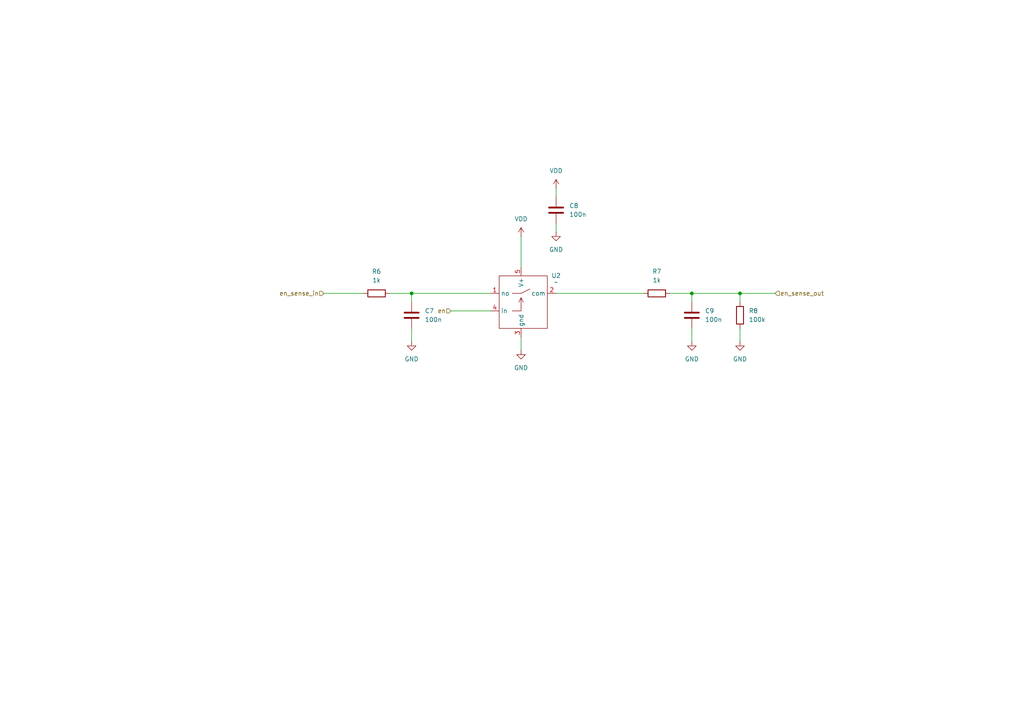
<source format=kicad_sch>
(kicad_sch
	(version 20250114)
	(generator "eeschema")
	(generator_version "9.0")
	(uuid "99d3e208-ef67-4cdf-b137-3b8a6d12eb63")
	(paper "A4")
	(lib_symbols
		(symbol "Device:C"
			(pin_numbers
				(hide yes)
			)
			(pin_names
				(offset 0.254)
			)
			(exclude_from_sim no)
			(in_bom yes)
			(on_board yes)
			(property "Reference" "C"
				(at 0.635 2.54 0)
				(effects
					(font
						(size 1.27 1.27)
					)
					(justify left)
				)
			)
			(property "Value" "C"
				(at 0.635 -2.54 0)
				(effects
					(font
						(size 1.27 1.27)
					)
					(justify left)
				)
			)
			(property "Footprint" ""
				(at 0.9652 -3.81 0)
				(effects
					(font
						(size 1.27 1.27)
					)
					(hide yes)
				)
			)
			(property "Datasheet" "~"
				(at 0 0 0)
				(effects
					(font
						(size 1.27 1.27)
					)
					(hide yes)
				)
			)
			(property "Description" "Unpolarized capacitor"
				(at 0 0 0)
				(effects
					(font
						(size 1.27 1.27)
					)
					(hide yes)
				)
			)
			(property "ki_keywords" "cap capacitor"
				(at 0 0 0)
				(effects
					(font
						(size 1.27 1.27)
					)
					(hide yes)
				)
			)
			(property "ki_fp_filters" "C_*"
				(at 0 0 0)
				(effects
					(font
						(size 1.27 1.27)
					)
					(hide yes)
				)
			)
			(symbol "C_0_1"
				(polyline
					(pts
						(xy -2.032 0.762) (xy 2.032 0.762)
					)
					(stroke
						(width 0.508)
						(type default)
					)
					(fill
						(type none)
					)
				)
				(polyline
					(pts
						(xy -2.032 -0.762) (xy 2.032 -0.762)
					)
					(stroke
						(width 0.508)
						(type default)
					)
					(fill
						(type none)
					)
				)
			)
			(symbol "C_1_1"
				(pin passive line
					(at 0 3.81 270)
					(length 2.794)
					(name "~"
						(effects
							(font
								(size 1.27 1.27)
							)
						)
					)
					(number "1"
						(effects
							(font
								(size 1.27 1.27)
							)
						)
					)
				)
				(pin passive line
					(at 0 -3.81 90)
					(length 2.794)
					(name "~"
						(effects
							(font
								(size 1.27 1.27)
							)
						)
					)
					(number "2"
						(effects
							(font
								(size 1.27 1.27)
							)
						)
					)
				)
			)
			(embedded_fonts no)
		)
		(symbol "Device:R"
			(pin_numbers
				(hide yes)
			)
			(pin_names
				(offset 0)
			)
			(exclude_from_sim no)
			(in_bom yes)
			(on_board yes)
			(property "Reference" "R"
				(at 2.032 0 90)
				(effects
					(font
						(size 1.27 1.27)
					)
				)
			)
			(property "Value" "R"
				(at 0 0 90)
				(effects
					(font
						(size 1.27 1.27)
					)
				)
			)
			(property "Footprint" ""
				(at -1.778 0 90)
				(effects
					(font
						(size 1.27 1.27)
					)
					(hide yes)
				)
			)
			(property "Datasheet" "~"
				(at 0 0 0)
				(effects
					(font
						(size 1.27 1.27)
					)
					(hide yes)
				)
			)
			(property "Description" "Resistor"
				(at 0 0 0)
				(effects
					(font
						(size 1.27 1.27)
					)
					(hide yes)
				)
			)
			(property "ki_keywords" "R res resistor"
				(at 0 0 0)
				(effects
					(font
						(size 1.27 1.27)
					)
					(hide yes)
				)
			)
			(property "ki_fp_filters" "R_*"
				(at 0 0 0)
				(effects
					(font
						(size 1.27 1.27)
					)
					(hide yes)
				)
			)
			(symbol "R_0_1"
				(rectangle
					(start -1.016 -2.54)
					(end 1.016 2.54)
					(stroke
						(width 0.254)
						(type default)
					)
					(fill
						(type none)
					)
				)
			)
			(symbol "R_1_1"
				(pin passive line
					(at 0 3.81 270)
					(length 1.27)
					(name "~"
						(effects
							(font
								(size 1.27 1.27)
							)
						)
					)
					(number "1"
						(effects
							(font
								(size 1.27 1.27)
							)
						)
					)
				)
				(pin passive line
					(at 0 -3.81 90)
					(length 1.27)
					(name "~"
						(effects
							(font
								(size 1.27 1.27)
							)
						)
					)
					(number "2"
						(effects
							(font
								(size 1.27 1.27)
							)
						)
					)
				)
			)
			(embedded_fonts no)
		)
		(symbol "power:GND"
			(power)
			(pin_numbers
				(hide yes)
			)
			(pin_names
				(offset 0)
				(hide yes)
			)
			(exclude_from_sim no)
			(in_bom yes)
			(on_board yes)
			(property "Reference" "#PWR"
				(at 0 -6.35 0)
				(effects
					(font
						(size 1.27 1.27)
					)
					(hide yes)
				)
			)
			(property "Value" "GND"
				(at 0 -3.81 0)
				(effects
					(font
						(size 1.27 1.27)
					)
				)
			)
			(property "Footprint" ""
				(at 0 0 0)
				(effects
					(font
						(size 1.27 1.27)
					)
					(hide yes)
				)
			)
			(property "Datasheet" ""
				(at 0 0 0)
				(effects
					(font
						(size 1.27 1.27)
					)
					(hide yes)
				)
			)
			(property "Description" "Power symbol creates a global label with name \"GND\" , ground"
				(at 0 0 0)
				(effects
					(font
						(size 1.27 1.27)
					)
					(hide yes)
				)
			)
			(property "ki_keywords" "global power"
				(at 0 0 0)
				(effects
					(font
						(size 1.27 1.27)
					)
					(hide yes)
				)
			)
			(symbol "GND_0_1"
				(polyline
					(pts
						(xy 0 0) (xy 0 -1.27) (xy 1.27 -1.27) (xy 0 -2.54) (xy -1.27 -1.27) (xy 0 -1.27)
					)
					(stroke
						(width 0)
						(type default)
					)
					(fill
						(type none)
					)
				)
			)
			(symbol "GND_1_1"
				(pin power_in line
					(at 0 0 270)
					(length 0)
					(name "~"
						(effects
							(font
								(size 1.27 1.27)
							)
						)
					)
					(number "1"
						(effects
							(font
								(size 1.27 1.27)
							)
						)
					)
				)
			)
			(embedded_fonts no)
		)
		(symbol "power:VDD"
			(power)
			(pin_numbers
				(hide yes)
			)
			(pin_names
				(offset 0)
				(hide yes)
			)
			(exclude_from_sim no)
			(in_bom yes)
			(on_board yes)
			(property "Reference" "#PWR"
				(at 0 -3.81 0)
				(effects
					(font
						(size 1.27 1.27)
					)
					(hide yes)
				)
			)
			(property "Value" "VDD"
				(at 0 3.556 0)
				(effects
					(font
						(size 1.27 1.27)
					)
				)
			)
			(property "Footprint" ""
				(at 0 0 0)
				(effects
					(font
						(size 1.27 1.27)
					)
					(hide yes)
				)
			)
			(property "Datasheet" ""
				(at 0 0 0)
				(effects
					(font
						(size 1.27 1.27)
					)
					(hide yes)
				)
			)
			(property "Description" "Power symbol creates a global label with name \"VDD\""
				(at 0 0 0)
				(effects
					(font
						(size 1.27 1.27)
					)
					(hide yes)
				)
			)
			(property "ki_keywords" "global power"
				(at 0 0 0)
				(effects
					(font
						(size 1.27 1.27)
					)
					(hide yes)
				)
			)
			(symbol "VDD_0_1"
				(polyline
					(pts
						(xy -0.762 1.27) (xy 0 2.54)
					)
					(stroke
						(width 0)
						(type default)
					)
					(fill
						(type none)
					)
				)
				(polyline
					(pts
						(xy 0 2.54) (xy 0.762 1.27)
					)
					(stroke
						(width 0)
						(type default)
					)
					(fill
						(type none)
					)
				)
				(polyline
					(pts
						(xy 0 0) (xy 0 2.54)
					)
					(stroke
						(width 0)
						(type default)
					)
					(fill
						(type none)
					)
				)
			)
			(symbol "VDD_1_1"
				(pin power_in line
					(at 0 0 90)
					(length 0)
					(name "~"
						(effects
							(font
								(size 1.27 1.27)
							)
						)
					)
					(number "1"
						(effects
							(font
								(size 1.27 1.27)
							)
						)
					)
				)
			)
			(embedded_fonts no)
		)
		(symbol "ps5a3066:PS5A3066"
			(exclude_from_sim no)
			(in_bom yes)
			(on_board yes)
			(property "Reference" "U"
				(at 5.842 7.874 0)
				(effects
					(font
						(size 1.27 1.27)
					)
				)
			)
			(property "Value" ""
				(at 0 0 0)
				(effects
					(font
						(size 1.27 1.27)
					)
				)
			)
			(property "Footprint" ""
				(at 0 0 0)
				(effects
					(font
						(size 1.27 1.27)
					)
					(hide yes)
				)
			)
			(property "Datasheet" ""
				(at 0 0 0)
				(effects
					(font
						(size 1.27 1.27)
					)
					(hide yes)
				)
			)
			(property "Description" ""
				(at 0 0 0)
				(effects
					(font
						(size 1.27 1.27)
					)
					(hide yes)
				)
			)
			(symbol "PS5A3066_0_1"
				(rectangle
					(start -6.35 5.08)
					(end 7.62 -10.16)
					(stroke
						(width 0)
						(type default)
					)
					(fill
						(type none)
					)
				)
				(polyline
					(pts
						(xy -2.54 0) (xy 0 0) (xy 2.54 1.27)
					)
					(stroke
						(width 0)
						(type default)
					)
					(fill
						(type none)
					)
				)
				(polyline
					(pts
						(xy -2.54 -5.08) (xy 0 -5.08) (xy 0 -1.27) (xy -0.635 -2.54)
					)
					(stroke
						(width 0)
						(type default)
					)
					(fill
						(type none)
					)
				)
				(polyline
					(pts
						(xy 0 -1.27) (xy 0.635 -2.54)
					)
					(stroke
						(width 0)
						(type default)
					)
					(fill
						(type none)
					)
				)
			)
			(symbol "PS5A3066_1_1"
				(pin bidirectional line
					(at -8.89 0 0)
					(length 2.54)
					(name "no"
						(effects
							(font
								(size 1.27 1.27)
							)
						)
					)
					(number "1"
						(effects
							(font
								(size 1.27 1.27)
							)
						)
					)
				)
				(pin input line
					(at -8.89 -5.08 0)
					(length 2.54)
					(name "in"
						(effects
							(font
								(size 1.27 1.27)
							)
						)
					)
					(number "4"
						(effects
							(font
								(size 1.27 1.27)
							)
						)
					)
				)
				(pin power_in line
					(at 0 7.62 270)
					(length 2.54)
					(name "V+"
						(effects
							(font
								(size 1.27 1.27)
							)
						)
					)
					(number "5"
						(effects
							(font
								(size 1.27 1.27)
							)
						)
					)
				)
				(pin passive line
					(at 0 -12.7 90)
					(length 2.54)
					(name "gnd"
						(effects
							(font
								(size 1.27 1.27)
							)
						)
					)
					(number "3"
						(effects
							(font
								(size 1.27 1.27)
							)
						)
					)
				)
				(pin bidirectional line
					(at 10.16 0 180)
					(length 2.54)
					(name "com"
						(effects
							(font
								(size 1.27 1.27)
							)
						)
					)
					(number "2"
						(effects
							(font
								(size 1.27 1.27)
							)
						)
					)
				)
			)
			(embedded_fonts no)
		)
	)
	(junction
		(at 119.38 85.09)
		(diameter 0)
		(color 0 0 0 0)
		(uuid "7e29b140-e769-48ab-b732-b4b77250582e")
	)
	(junction
		(at 200.66 85.09)
		(diameter 0)
		(color 0 0 0 0)
		(uuid "cfa6a9e7-e172-4972-8d4a-3468e2508427")
	)
	(junction
		(at 214.63 85.09)
		(diameter 0)
		(color 0 0 0 0)
		(uuid "e2bc2f74-6955-4ebc-9381-059515dbc724")
	)
	(wire
		(pts
			(xy 161.29 64.77) (xy 161.29 67.31)
		)
		(stroke
			(width 0)
			(type default)
		)
		(uuid "02360a41-766f-4722-b980-8b2fc1e2b74e")
	)
	(wire
		(pts
			(xy 200.66 95.25) (xy 200.66 99.06)
		)
		(stroke
			(width 0)
			(type default)
		)
		(uuid "06489ab9-bc78-40af-979f-34663de4e193")
	)
	(wire
		(pts
			(xy 161.29 54.61) (xy 161.29 57.15)
		)
		(stroke
			(width 0)
			(type default)
		)
		(uuid "34156e69-abf8-4bb9-8922-dfd63c2c6834")
	)
	(wire
		(pts
			(xy 214.63 85.09) (xy 224.79 85.09)
		)
		(stroke
			(width 0)
			(type default)
		)
		(uuid "43477847-2d7c-49b6-8973-9b76fa264075")
	)
	(wire
		(pts
			(xy 214.63 85.09) (xy 200.66 85.09)
		)
		(stroke
			(width 0)
			(type default)
		)
		(uuid "4d05a79d-49cd-40af-a2f1-4f271d6bb01c")
	)
	(wire
		(pts
			(xy 151.13 68.58) (xy 151.13 77.47)
		)
		(stroke
			(width 0)
			(type default)
		)
		(uuid "4eaa161b-b49b-4cc0-ae78-dbc19893f0ac")
	)
	(wire
		(pts
			(xy 161.29 85.09) (xy 186.69 85.09)
		)
		(stroke
			(width 0)
			(type default)
		)
		(uuid "569eeb7f-2821-4b52-ae25-6003b6eb58a3")
	)
	(wire
		(pts
			(xy 119.38 85.09) (xy 142.24 85.09)
		)
		(stroke
			(width 0)
			(type default)
		)
		(uuid "6b5de310-fc8e-4db5-89c5-40d7ba24e550")
	)
	(wire
		(pts
			(xy 113.03 85.09) (xy 119.38 85.09)
		)
		(stroke
			(width 0)
			(type default)
		)
		(uuid "6be59129-de6e-4dd5-9c1d-04f9f6c6b458")
	)
	(wire
		(pts
			(xy 119.38 85.09) (xy 119.38 87.63)
		)
		(stroke
			(width 0)
			(type default)
		)
		(uuid "71a0282b-8502-42cd-8112-766cb5196940")
	)
	(wire
		(pts
			(xy 130.81 90.17) (xy 142.24 90.17)
		)
		(stroke
			(width 0)
			(type default)
		)
		(uuid "74c03349-d25e-4d94-8f18-143b7ae999e7")
	)
	(wire
		(pts
			(xy 151.13 97.79) (xy 151.13 101.6)
		)
		(stroke
			(width 0)
			(type default)
		)
		(uuid "aca99b8e-dc17-47ad-8b70-905c0bd57fcd")
	)
	(wire
		(pts
			(xy 214.63 87.63) (xy 214.63 85.09)
		)
		(stroke
			(width 0)
			(type default)
		)
		(uuid "cad39509-2c4f-4e8e-84b0-3de72ee1c854")
	)
	(wire
		(pts
			(xy 200.66 85.09) (xy 200.66 87.63)
		)
		(stroke
			(width 0)
			(type default)
		)
		(uuid "cb298db2-3eee-444e-afc2-d0b0b63b6e42")
	)
	(wire
		(pts
			(xy 214.63 95.25) (xy 214.63 99.06)
		)
		(stroke
			(width 0)
			(type default)
		)
		(uuid "d362fa6b-0149-443a-8f78-ff05066eb3de")
	)
	(wire
		(pts
			(xy 119.38 95.25) (xy 119.38 99.06)
		)
		(stroke
			(width 0)
			(type default)
		)
		(uuid "e6ecc8bb-8c4f-4358-8197-9ce5de6a96c0")
	)
	(wire
		(pts
			(xy 194.31 85.09) (xy 200.66 85.09)
		)
		(stroke
			(width 0)
			(type default)
		)
		(uuid "ebd5150e-0bba-4b7e-9904-629637dcb389")
	)
	(wire
		(pts
			(xy 93.98 85.09) (xy 105.41 85.09)
		)
		(stroke
			(width 0)
			(type default)
		)
		(uuid "f1563cd2-4ac1-41b8-b5ce-d6995fc55d3d")
	)
	(hierarchical_label "en"
		(shape input)
		(at 130.81 90.17 180)
		(effects
			(font
				(size 1.27 1.27)
			)
			(justify right)
		)
		(uuid "35dcff67-d363-4c91-aab4-df65a946180b")
	)
	(hierarchical_label "en_sense_in"
		(shape input)
		(at 93.98 85.09 180)
		(effects
			(font
				(size 1.27 1.27)
			)
			(justify right)
		)
		(uuid "6f5152fc-6637-4832-8693-889e4e572b10")
	)
	(hierarchical_label "en_sense_out"
		(shape input)
		(at 224.79 85.09 0)
		(effects
			(font
				(size 1.27 1.27)
			)
			(justify left)
		)
		(uuid "c2a3a9bb-9c66-42ac-b82f-ac469db6a499")
	)
	(symbol
		(lib_id "power:GND")
		(at 200.66 99.06 0)
		(unit 1)
		(exclude_from_sim no)
		(in_bom yes)
		(on_board yes)
		(dnp no)
		(fields_autoplaced yes)
		(uuid "146fa202-90ec-49f2-b089-7f69c20dc5db")
		(property "Reference" "#PWR017"
			(at 200.66 105.41 0)
			(effects
				(font
					(size 1.27 1.27)
				)
				(hide yes)
			)
		)
		(property "Value" "GND"
			(at 200.66 104.14 0)
			(effects
				(font
					(size 1.27 1.27)
				)
			)
		)
		(property "Footprint" ""
			(at 200.66 99.06 0)
			(effects
				(font
					(size 1.27 1.27)
				)
				(hide yes)
			)
		)
		(property "Datasheet" ""
			(at 200.66 99.06 0)
			(effects
				(font
					(size 1.27 1.27)
				)
				(hide yes)
			)
		)
		(property "Description" "Power symbol creates a global label with name \"GND\" , ground"
			(at 200.66 99.06 0)
			(effects
				(font
					(size 1.27 1.27)
				)
				(hide yes)
			)
		)
		(pin "1"
			(uuid "9f97ead3-09ec-4571-8c18-489dcb3ab85b")
		)
		(instances
			(project "override_board"
				(path "/a1ebae20-a03f-48f7-ade6-932948ccc2fb/89b47e0f-38db-4cf3-91e3-ef953020deaa"
					(reference "#PWR017")
					(unit 1)
				)
			)
		)
	)
	(symbol
		(lib_id "power:GND")
		(at 119.38 99.06 0)
		(unit 1)
		(exclude_from_sim no)
		(in_bom yes)
		(on_board yes)
		(dnp no)
		(fields_autoplaced yes)
		(uuid "1bbfe691-b268-40a1-8111-14a89c347725")
		(property "Reference" "#PWR06"
			(at 119.38 105.41 0)
			(effects
				(font
					(size 1.27 1.27)
				)
				(hide yes)
			)
		)
		(property "Value" "GND"
			(at 119.38 104.14 0)
			(effects
				(font
					(size 1.27 1.27)
				)
			)
		)
		(property "Footprint" ""
			(at 119.38 99.06 0)
			(effects
				(font
					(size 1.27 1.27)
				)
				(hide yes)
			)
		)
		(property "Datasheet" ""
			(at 119.38 99.06 0)
			(effects
				(font
					(size 1.27 1.27)
				)
				(hide yes)
			)
		)
		(property "Description" "Power symbol creates a global label with name \"GND\" , ground"
			(at 119.38 99.06 0)
			(effects
				(font
					(size 1.27 1.27)
				)
				(hide yes)
			)
		)
		(pin "1"
			(uuid "789af900-bbbe-4f4b-b67d-a5ebcdebc74e")
		)
		(instances
			(project "override_board"
				(path "/a1ebae20-a03f-48f7-ade6-932948ccc2fb/89b47e0f-38db-4cf3-91e3-ef953020deaa"
					(reference "#PWR06")
					(unit 1)
				)
			)
		)
	)
	(symbol
		(lib_id "ps5a3066:PS5A3066")
		(at 151.13 85.09 0)
		(unit 1)
		(exclude_from_sim no)
		(in_bom yes)
		(on_board yes)
		(dnp no)
		(fields_autoplaced yes)
		(uuid "1c89239f-5179-4228-897e-68170cc1dc1d")
		(property "Reference" "U2"
			(at 161.29 79.9398 0)
			(effects
				(font
					(size 1.27 1.27)
				)
			)
		)
		(property "Value" "~"
			(at 161.29 81.8449 0)
			(effects
				(font
					(size 1.27 1.27)
				)
			)
		)
		(property "Footprint" "Package_TO_SOT_SMD:SOT-23-5"
			(at 151.13 85.09 0)
			(effects
				(font
					(size 1.27 1.27)
				)
				(hide yes)
			)
		)
		(property "Datasheet" ""
			(at 151.13 85.09 0)
			(effects
				(font
					(size 1.27 1.27)
				)
				(hide yes)
			)
		)
		(property "Description" ""
			(at 151.13 85.09 0)
			(effects
				(font
					(size 1.27 1.27)
				)
				(hide yes)
			)
		)
		(property "url" "https://www.digikey.com/en/products/detail/texas-instruments/TS5A3166DBVR/716904"
			(at 151.13 85.09 0)
			(effects
				(font
					(size 1.27 1.27)
				)
				(hide yes)
			)
		)
		(pin "2"
			(uuid "0551da4c-6e72-40b5-831b-56875e7785d4")
		)
		(pin "1"
			(uuid "3d6546fb-f2c0-45cf-ae64-c010d7666c73")
		)
		(pin "4"
			(uuid "f9525cb8-fd0d-4817-b4e7-40995898e57c")
		)
		(pin "5"
			(uuid "b15ea216-3113-4c5c-b5e0-9caf7aa233ad")
		)
		(pin "3"
			(uuid "a2978fb3-6086-4dc3-b1cf-df0eef4da335")
		)
		(instances
			(project "override_board"
				(path "/a1ebae20-a03f-48f7-ade6-932948ccc2fb/89b47e0f-38db-4cf3-91e3-ef953020deaa"
					(reference "U2")
					(unit 1)
				)
			)
		)
	)
	(symbol
		(lib_id "power:VDD")
		(at 161.29 54.61 0)
		(unit 1)
		(exclude_from_sim no)
		(in_bom yes)
		(on_board yes)
		(dnp no)
		(fields_autoplaced yes)
		(uuid "4048608f-e2ec-4ee6-bb7e-91f48b723936")
		(property "Reference" "#PWR09"
			(at 161.29 58.42 0)
			(effects
				(font
					(size 1.27 1.27)
				)
				(hide yes)
			)
		)
		(property "Value" "VDD"
			(at 161.29 49.53 0)
			(effects
				(font
					(size 1.27 1.27)
				)
			)
		)
		(property "Footprint" ""
			(at 161.29 54.61 0)
			(effects
				(font
					(size 1.27 1.27)
				)
				(hide yes)
			)
		)
		(property "Datasheet" ""
			(at 161.29 54.61 0)
			(effects
				(font
					(size 1.27 1.27)
				)
				(hide yes)
			)
		)
		(property "Description" "Power symbol creates a global label with name \"VDD\""
			(at 161.29 54.61 0)
			(effects
				(font
					(size 1.27 1.27)
				)
				(hide yes)
			)
		)
		(pin "1"
			(uuid "938a93b1-b913-46bf-8cef-3e0576ea2383")
		)
		(instances
			(project "override_board"
				(path "/a1ebae20-a03f-48f7-ade6-932948ccc2fb/89b47e0f-38db-4cf3-91e3-ef953020deaa"
					(reference "#PWR09")
					(unit 1)
				)
			)
		)
	)
	(symbol
		(lib_id "Device:R")
		(at 214.63 91.44 180)
		(unit 1)
		(exclude_from_sim no)
		(in_bom yes)
		(on_board yes)
		(dnp no)
		(fields_autoplaced yes)
		(uuid "428de4b3-7a71-472c-be32-5787b5af9368")
		(property "Reference" "R8"
			(at 217.17 90.1699 0)
			(effects
				(font
					(size 1.27 1.27)
				)
				(justify right)
			)
		)
		(property "Value" "100k"
			(at 217.17 92.7099 0)
			(effects
				(font
					(size 1.27 1.27)
				)
				(justify right)
			)
		)
		(property "Footprint" "Resistor_SMD:R_0603_1608Metric"
			(at 216.408 91.44 90)
			(effects
				(font
					(size 1.27 1.27)
				)
				(hide yes)
			)
		)
		(property "Datasheet" "~"
			(at 214.63 91.44 0)
			(effects
				(font
					(size 1.27 1.27)
				)
				(hide yes)
			)
		)
		(property "Description" "Resistor"
			(at 214.63 91.44 0)
			(effects
				(font
					(size 1.27 1.27)
				)
				(hide yes)
			)
		)
		(property "url" "https://www.digikey.com/en/products/detail/yageo/RC0603FR-07100KL/726889"
			(at 214.63 91.44 0)
			(effects
				(font
					(size 1.27 1.27)
				)
				(hide yes)
			)
		)
		(pin "2"
			(uuid "f3d7a7bd-dbfb-4d8d-b74f-ac41de1ad14d")
		)
		(pin "1"
			(uuid "cbdbf628-049f-43cc-9efb-7d3f32a3cfc6")
		)
		(instances
			(project "override_board"
				(path "/a1ebae20-a03f-48f7-ade6-932948ccc2fb/89b47e0f-38db-4cf3-91e3-ef953020deaa"
					(reference "R8")
					(unit 1)
				)
			)
		)
	)
	(symbol
		(lib_id "Device:R")
		(at 109.22 85.09 90)
		(unit 1)
		(exclude_from_sim no)
		(in_bom yes)
		(on_board yes)
		(dnp no)
		(fields_autoplaced yes)
		(uuid "445d66c7-649f-4f00-84f5-e4aa02b468cd")
		(property "Reference" "R6"
			(at 109.22 78.74 90)
			(effects
				(font
					(size 1.27 1.27)
				)
			)
		)
		(property "Value" "1k"
			(at 109.22 81.28 90)
			(effects
				(font
					(size 1.27 1.27)
				)
			)
		)
		(property "Footprint" "Resistor_SMD:R_0603_1608Metric"
			(at 109.22 86.868 90)
			(effects
				(font
					(size 1.27 1.27)
				)
				(hide yes)
			)
		)
		(property "Datasheet" "~"
			(at 109.22 85.09 0)
			(effects
				(font
					(size 1.27 1.27)
				)
				(hide yes)
			)
		)
		(property "Description" "Resistor"
			(at 109.22 85.09 0)
			(effects
				(font
					(size 1.27 1.27)
				)
				(hide yes)
			)
		)
		(property "url" "https://www.digikey.com/en/products/detail/yageo/RC0603JR-131KL/13694162"
			(at 109.22 85.09 90)
			(effects
				(font
					(size 1.27 1.27)
				)
				(hide yes)
			)
		)
		(pin "2"
			(uuid "dc9304f7-2ccf-4f39-a817-7f543f5ddcad")
		)
		(pin "1"
			(uuid "ab974587-c905-4e5c-877f-6bcb6c8a49b2")
		)
		(instances
			(project "override_board"
				(path "/a1ebae20-a03f-48f7-ade6-932948ccc2fb/89b47e0f-38db-4cf3-91e3-ef953020deaa"
					(reference "R6")
					(unit 1)
				)
			)
		)
	)
	(symbol
		(lib_id "power:VDD")
		(at 151.13 68.58 0)
		(unit 1)
		(exclude_from_sim no)
		(in_bom yes)
		(on_board yes)
		(dnp no)
		(fields_autoplaced yes)
		(uuid "5262a649-c61a-495d-85c3-e57d6c41b22a")
		(property "Reference" "#PWR07"
			(at 151.13 72.39 0)
			(effects
				(font
					(size 1.27 1.27)
				)
				(hide yes)
			)
		)
		(property "Value" "VDD"
			(at 151.13 63.5 0)
			(effects
				(font
					(size 1.27 1.27)
				)
			)
		)
		(property "Footprint" ""
			(at 151.13 68.58 0)
			(effects
				(font
					(size 1.27 1.27)
				)
				(hide yes)
			)
		)
		(property "Datasheet" ""
			(at 151.13 68.58 0)
			(effects
				(font
					(size 1.27 1.27)
				)
				(hide yes)
			)
		)
		(property "Description" "Power symbol creates a global label with name \"VDD\""
			(at 151.13 68.58 0)
			(effects
				(font
					(size 1.27 1.27)
				)
				(hide yes)
			)
		)
		(pin "1"
			(uuid "fa03ddf2-c264-463b-9e6f-feced5bccaf1")
		)
		(instances
			(project "override_board"
				(path "/a1ebae20-a03f-48f7-ade6-932948ccc2fb/89b47e0f-38db-4cf3-91e3-ef953020deaa"
					(reference "#PWR07")
					(unit 1)
				)
			)
		)
	)
	(symbol
		(lib_id "Device:C")
		(at 119.38 91.44 0)
		(unit 1)
		(exclude_from_sim no)
		(in_bom yes)
		(on_board yes)
		(dnp no)
		(fields_autoplaced yes)
		(uuid "66c6ffb3-a58b-46b4-b8c6-1f746f267703")
		(property "Reference" "C7"
			(at 123.19 90.1699 0)
			(effects
				(font
					(size 1.27 1.27)
				)
				(justify left)
			)
		)
		(property "Value" "100n"
			(at 123.19 92.7099 0)
			(effects
				(font
					(size 1.27 1.27)
				)
				(justify left)
			)
		)
		(property "Footprint" "Capacitor_SMD:C_0603_1608Metric"
			(at 120.3452 95.25 0)
			(effects
				(font
					(size 1.27 1.27)
				)
				(hide yes)
			)
		)
		(property "Datasheet" "~"
			(at 119.38 91.44 0)
			(effects
				(font
					(size 1.27 1.27)
				)
				(hide yes)
			)
		)
		(property "Description" "Unpolarized capacitor"
			(at 119.38 91.44 0)
			(effects
				(font
					(size 1.27 1.27)
				)
				(hide yes)
			)
		)
		(property "url" "https://www.digikey.com/en/products/detail/yageo/CC0603KRX7R7BB104/302822"
			(at 119.38 91.44 0)
			(effects
				(font
					(size 1.27 1.27)
				)
				(hide yes)
			)
		)
		(pin "1"
			(uuid "7e6167f1-6c2d-49b6-9962-0b0b91b19eaf")
		)
		(pin "2"
			(uuid "3d4ad2c9-bfaf-4884-a3d1-7ab96999bb37")
		)
		(instances
			(project "override_board"
				(path "/a1ebae20-a03f-48f7-ade6-932948ccc2fb/89b47e0f-38db-4cf3-91e3-ef953020deaa"
					(reference "C7")
					(unit 1)
				)
			)
		)
	)
	(symbol
		(lib_id "Device:C")
		(at 161.29 60.96 0)
		(unit 1)
		(exclude_from_sim no)
		(in_bom yes)
		(on_board yes)
		(dnp no)
		(fields_autoplaced yes)
		(uuid "6e8a0c86-f289-41d0-9a48-98e2c2516f8f")
		(property "Reference" "C8"
			(at 165.1 59.6899 0)
			(effects
				(font
					(size 1.27 1.27)
				)
				(justify left)
			)
		)
		(property "Value" "100n"
			(at 165.1 62.2299 0)
			(effects
				(font
					(size 1.27 1.27)
				)
				(justify left)
			)
		)
		(property "Footprint" "Capacitor_SMD:C_0603_1608Metric"
			(at 162.2552 64.77 0)
			(effects
				(font
					(size 1.27 1.27)
				)
				(hide yes)
			)
		)
		(property "Datasheet" "~"
			(at 161.29 60.96 0)
			(effects
				(font
					(size 1.27 1.27)
				)
				(hide yes)
			)
		)
		(property "Description" "Unpolarized capacitor"
			(at 161.29 60.96 0)
			(effects
				(font
					(size 1.27 1.27)
				)
				(hide yes)
			)
		)
		(property "url" "https://www.digikey.com/en/products/detail/yageo/CC0603KRX7R7BB104/302822"
			(at 161.29 60.96 0)
			(effects
				(font
					(size 1.27 1.27)
				)
				(hide yes)
			)
		)
		(pin "1"
			(uuid "2bde2d2f-3c70-47d0-8eee-fb6c72e1e833")
		)
		(pin "2"
			(uuid "76d340e0-d460-4cee-a414-5b737bc937f1")
		)
		(instances
			(project "override_board"
				(path "/a1ebae20-a03f-48f7-ade6-932948ccc2fb/89b47e0f-38db-4cf3-91e3-ef953020deaa"
					(reference "C8")
					(unit 1)
				)
			)
		)
	)
	(symbol
		(lib_id "power:GND")
		(at 214.63 99.06 0)
		(unit 1)
		(exclude_from_sim no)
		(in_bom yes)
		(on_board yes)
		(dnp no)
		(fields_autoplaced yes)
		(uuid "6e9960ae-3743-4666-80a6-f63896b311ab")
		(property "Reference" "#PWR018"
			(at 214.63 105.41 0)
			(effects
				(font
					(size 1.27 1.27)
				)
				(hide yes)
			)
		)
		(property "Value" "GND"
			(at 214.63 104.14 0)
			(effects
				(font
					(size 1.27 1.27)
				)
			)
		)
		(property "Footprint" ""
			(at 214.63 99.06 0)
			(effects
				(font
					(size 1.27 1.27)
				)
				(hide yes)
			)
		)
		(property "Datasheet" ""
			(at 214.63 99.06 0)
			(effects
				(font
					(size 1.27 1.27)
				)
				(hide yes)
			)
		)
		(property "Description" "Power symbol creates a global label with name \"GND\" , ground"
			(at 214.63 99.06 0)
			(effects
				(font
					(size 1.27 1.27)
				)
				(hide yes)
			)
		)
		(pin "1"
			(uuid "309d29e1-2f7e-4a70-b097-acea2ce0c812")
		)
		(instances
			(project "override_board"
				(path "/a1ebae20-a03f-48f7-ade6-932948ccc2fb/89b47e0f-38db-4cf3-91e3-ef953020deaa"
					(reference "#PWR018")
					(unit 1)
				)
			)
		)
	)
	(symbol
		(lib_id "Device:C")
		(at 200.66 91.44 0)
		(unit 1)
		(exclude_from_sim no)
		(in_bom yes)
		(on_board yes)
		(dnp no)
		(fields_autoplaced yes)
		(uuid "7a6c4b6f-b2b6-467f-85fc-f26c76b59812")
		(property "Reference" "C9"
			(at 204.47 90.1699 0)
			(effects
				(font
					(size 1.27 1.27)
				)
				(justify left)
			)
		)
		(property "Value" "100n"
			(at 204.47 92.7099 0)
			(effects
				(font
					(size 1.27 1.27)
				)
				(justify left)
			)
		)
		(property "Footprint" "Capacitor_SMD:C_0603_1608Metric"
			(at 201.6252 95.25 0)
			(effects
				(font
					(size 1.27 1.27)
				)
				(hide yes)
			)
		)
		(property "Datasheet" "~"
			(at 200.66 91.44 0)
			(effects
				(font
					(size 1.27 1.27)
				)
				(hide yes)
			)
		)
		(property "Description" "Unpolarized capacitor"
			(at 200.66 91.44 0)
			(effects
				(font
					(size 1.27 1.27)
				)
				(hide yes)
			)
		)
		(property "url" "https://www.digikey.com/en/products/detail/yageo/CC0603KRX7R7BB104/302822"
			(at 200.66 91.44 0)
			(effects
				(font
					(size 1.27 1.27)
				)
				(hide yes)
			)
		)
		(pin "1"
			(uuid "c2cbadd9-4f87-4584-98c0-f6e3b8f346bd")
		)
		(pin "2"
			(uuid "d93e8f93-96c3-44d2-b1b6-542a01a95ef3")
		)
		(instances
			(project "override_board"
				(path "/a1ebae20-a03f-48f7-ade6-932948ccc2fb/89b47e0f-38db-4cf3-91e3-ef953020deaa"
					(reference "C9")
					(unit 1)
				)
			)
		)
	)
	(symbol
		(lib_id "Device:R")
		(at 190.5 85.09 90)
		(unit 1)
		(exclude_from_sim no)
		(in_bom yes)
		(on_board yes)
		(dnp no)
		(fields_autoplaced yes)
		(uuid "a985f460-63ce-4d61-9833-9f05209bb5e3")
		(property "Reference" "R7"
			(at 190.5 78.74 90)
			(effects
				(font
					(size 1.27 1.27)
				)
			)
		)
		(property "Value" "1k"
			(at 190.5 81.28 90)
			(effects
				(font
					(size 1.27 1.27)
				)
			)
		)
		(property "Footprint" "Resistor_SMD:R_0603_1608Metric"
			(at 190.5 86.868 90)
			(effects
				(font
					(size 1.27 1.27)
				)
				(hide yes)
			)
		)
		(property "Datasheet" "~"
			(at 190.5 85.09 0)
			(effects
				(font
					(size 1.27 1.27)
				)
				(hide yes)
			)
		)
		(property "Description" "Resistor"
			(at 190.5 85.09 0)
			(effects
				(font
					(size 1.27 1.27)
				)
				(hide yes)
			)
		)
		(property "url" "https://www.digikey.com/en/products/detail/yageo/RC0603JR-131KL/13694162"
			(at 190.5 85.09 90)
			(effects
				(font
					(size 1.27 1.27)
				)
				(hide yes)
			)
		)
		(pin "2"
			(uuid "3b087542-4e68-4055-b6ef-d6405e8a0ff2")
		)
		(pin "1"
			(uuid "7ffdbacb-42fb-41b1-8481-1b9279e9458b")
		)
		(instances
			(project "override_board"
				(path "/a1ebae20-a03f-48f7-ade6-932948ccc2fb/89b47e0f-38db-4cf3-91e3-ef953020deaa"
					(reference "R7")
					(unit 1)
				)
			)
		)
	)
	(symbol
		(lib_id "power:GND")
		(at 151.13 101.6 0)
		(unit 1)
		(exclude_from_sim no)
		(in_bom yes)
		(on_board yes)
		(dnp no)
		(fields_autoplaced yes)
		(uuid "c5e8bcd6-bbfc-43d6-a976-11566eb28590")
		(property "Reference" "#PWR08"
			(at 151.13 107.95 0)
			(effects
				(font
					(size 1.27 1.27)
				)
				(hide yes)
			)
		)
		(property "Value" "GND"
			(at 151.13 106.68 0)
			(effects
				(font
					(size 1.27 1.27)
				)
			)
		)
		(property "Footprint" ""
			(at 151.13 101.6 0)
			(effects
				(font
					(size 1.27 1.27)
				)
				(hide yes)
			)
		)
		(property "Datasheet" ""
			(at 151.13 101.6 0)
			(effects
				(font
					(size 1.27 1.27)
				)
				(hide yes)
			)
		)
		(property "Description" "Power symbol creates a global label with name \"GND\" , ground"
			(at 151.13 101.6 0)
			(effects
				(font
					(size 1.27 1.27)
				)
				(hide yes)
			)
		)
		(pin "1"
			(uuid "48502afd-bfe9-44fe-b2b4-5bc10e2835c7")
		)
		(instances
			(project "override_board"
				(path "/a1ebae20-a03f-48f7-ade6-932948ccc2fb/89b47e0f-38db-4cf3-91e3-ef953020deaa"
					(reference "#PWR08")
					(unit 1)
				)
			)
		)
	)
	(symbol
		(lib_id "power:GND")
		(at 161.29 67.31 0)
		(unit 1)
		(exclude_from_sim no)
		(in_bom yes)
		(on_board yes)
		(dnp no)
		(fields_autoplaced yes)
		(uuid "cff89533-8e4b-438b-a5c2-5ca8c9cd9d02")
		(property "Reference" "#PWR010"
			(at 161.29 73.66 0)
			(effects
				(font
					(size 1.27 1.27)
				)
				(hide yes)
			)
		)
		(property "Value" "GND"
			(at 161.29 72.39 0)
			(effects
				(font
					(size 1.27 1.27)
				)
			)
		)
		(property "Footprint" ""
			(at 161.29 67.31 0)
			(effects
				(font
					(size 1.27 1.27)
				)
				(hide yes)
			)
		)
		(property "Datasheet" ""
			(at 161.29 67.31 0)
			(effects
				(font
					(size 1.27 1.27)
				)
				(hide yes)
			)
		)
		(property "Description" "Power symbol creates a global label with name \"GND\" , ground"
			(at 161.29 67.31 0)
			(effects
				(font
					(size 1.27 1.27)
				)
				(hide yes)
			)
		)
		(pin "1"
			(uuid "8eff5f54-02ca-4d27-a6af-09104d0dfd6f")
		)
		(instances
			(project "override_board"
				(path "/a1ebae20-a03f-48f7-ade6-932948ccc2fb/89b47e0f-38db-4cf3-91e3-ef953020deaa"
					(reference "#PWR010")
					(unit 1)
				)
			)
		)
	)
)

</source>
